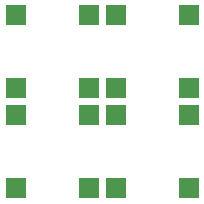
<source format=gtp>
G04 Layer: TopPasteMaskLayer*
G04 EasyEDA v6.5.42, 2024-03-01 12:01:53*
G04 9a5be75d700b4a6385dc1106f27949ae,10*
G04 Gerber Generator version 0.2*
G04 Scale: 100 percent, Rotated: No, Reflected: No *
G04 Dimensions in millimeters *
G04 leading zeros omitted , absolute positions ,4 integer and 5 decimal *
%FSLAX45Y45*%
%MOMM*%

%ADD10R,1.8000X1.8000*%

%LPD*%
D10*
G01*
X264998Y-884986D03*
G01*
X884986Y-884986D03*
G01*
X884986Y-264998D03*
G01*
X264998Y-264998D03*
G01*
X1734997Y-264998D03*
G01*
X1115009Y-264998D03*
G01*
X1115009Y-884986D03*
G01*
X1734997Y-884986D03*
G01*
X1115009Y-1734997D03*
G01*
X1734997Y-1734997D03*
G01*
X1734997Y-1115009D03*
G01*
X1115009Y-1115009D03*
G01*
X264998Y-1734997D03*
G01*
X884986Y-1734997D03*
G01*
X884986Y-1115009D03*
G01*
X264998Y-1115009D03*
M02*

</source>
